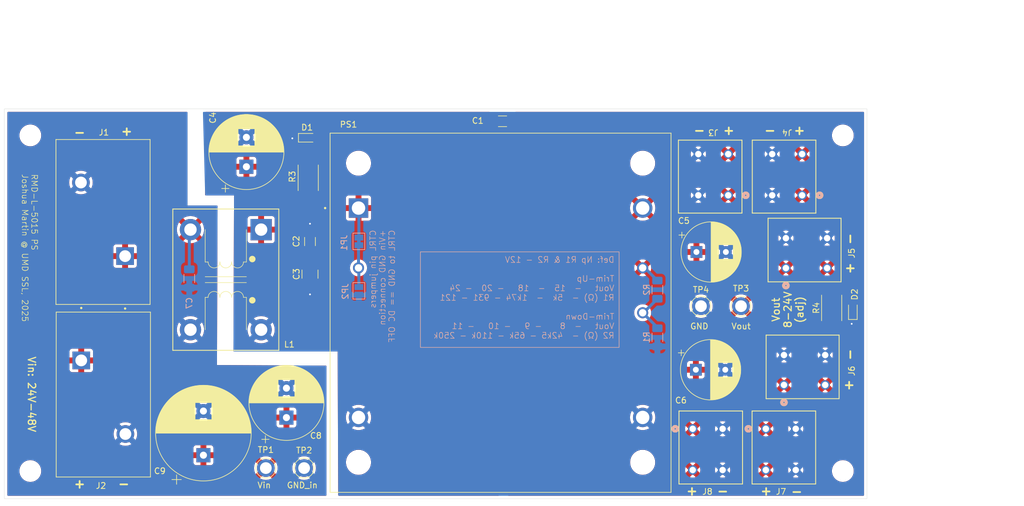
<source format=kicad_pcb>
(kicad_pcb
	(version 20240108)
	(generator "pcbnew")
	(generator_version "8.0")
	(general
		(thickness 1.6)
		(legacy_teardrops no)
	)
	(paper "A")
	(layers
		(0 "F.Cu" signal)
		(31 "B.Cu" signal)
		(32 "B.Adhes" user "B.Adhesive")
		(34 "B.Paste" user)
		(35 "F.Paste" user)
		(36 "B.SilkS" user "B.Silkscreen")
		(37 "F.SilkS" user "F.Silkscreen")
		(38 "B.Mask" user)
		(39 "F.Mask" user)
		(40 "Dwgs.User" user "User.Drawings")
		(41 "Cmts.User" user "User.Comments")
		(42 "Eco1.User" user "User.Eco1")
		(43 "Eco2.User" user "User.Eco2")
		(44 "Edge.Cuts" user)
		(45 "Margin" user)
		(46 "B.CrtYd" user "B.Courtyard")
		(47 "F.CrtYd" user "F.Courtyard")
		(48 "B.Fab" user)
		(49 "F.Fab" user)
		(50 "User.1" user)
		(51 "User.2" user)
		(52 "User.3" user)
		(53 "User.4" user)
		(54 "User.5" user)
		(55 "User.6" user)
		(56 "User.7" user)
		(57 "User.8" user)
		(58 "User.9" user)
	)
	(setup
		(stackup
			(layer "F.SilkS"
				(type "Top Silk Screen")
			)
			(layer "F.Paste"
				(type "Top Solder Paste")
			)
			(layer "F.Mask"
				(type "Top Solder Mask")
				(thickness 0.01)
			)
			(layer "F.Cu"
				(type "copper")
				(thickness 0.035)
			)
			(layer "dielectric 1"
				(type "core")
				(thickness 1.51)
				(material "FR4")
				(epsilon_r 4.5)
				(loss_tangent 0.02)
			)
			(layer "B.Cu"
				(type "copper")
				(thickness 0.035)
			)
			(layer "B.Mask"
				(type "Bottom Solder Mask")
				(thickness 0.01)
			)
			(layer "B.Paste"
				(type "Bottom Solder Paste")
			)
			(layer "B.SilkS"
				(type "Bottom Silk Screen")
			)
			(copper_finish "None")
			(dielectric_constraints no)
		)
		(pad_to_mask_clearance 0)
		(allow_soldermask_bridges_in_footprints no)
		(pcbplotparams
			(layerselection 0x00010fc_ffffffff)
			(plot_on_all_layers_selection 0x0000000_00000000)
			(disableapertmacros no)
			(usegerberextensions no)
			(usegerberattributes yes)
			(usegerberadvancedattributes yes)
			(creategerberjobfile yes)
			(dashed_line_dash_ratio 12.000000)
			(dashed_line_gap_ratio 3.000000)
			(svgprecision 4)
			(plotframeref no)
			(viasonmask no)
			(mode 1)
			(useauxorigin no)
			(hpglpennumber 1)
			(hpglpenspeed 20)
			(hpglpendiameter 15.000000)
			(pdf_front_fp_property_popups yes)
			(pdf_back_fp_property_popups yes)
			(dxfpolygonmode yes)
			(dxfimperialunits yes)
			(dxfusepcbnewfont yes)
			(psnegative no)
			(psa4output no)
			(plotreference yes)
			(plotvalue yes)
			(plotfptext yes)
			(plotinvisibletext no)
			(sketchpadsonfab no)
			(subtractmaskfromsilk no)
			(outputformat 1)
			(mirror no)
			(drillshape 1)
			(scaleselection 1)
			(outputdirectory "")
		)
	)
	(net 0 "")
	(net 1 "/Vout")
	(net 2 "/Vin_filter")
	(net 3 "/GND_in")
	(net 4 "Net-(PS1-TRIM)")
	(net 5 "Net-(JP1-A)")
	(net 6 "/GND_out")
	(net 7 "Net-(D1-A)")
	(net 8 "/Vin")
	(net 9 "Net-(D2-A)")
	(footprint "MountingHole:MountingHole_3.2mm_M3" (layer "F.Cu") (at 69 45))
	(footprint "Terminal_1751163:CONN_1751163" (layer "F.Cu") (at 204 81.25 90))
	(footprint "Diode_SMD:D_0603_1608Metric_Pad1.05x0.95mm_HandSolder" (layer "F.Cu") (at 116.2 45.4))
	(footprint "1098175:PHOENIX_1098175" (layer "F.Cu") (at 89.35 45.7 180))
	(footprint "Capacitor_THT:CP_Radial_D10.0mm_P5.00mm" (layer "F.Cu") (at 182.032323 84.8))
	(footprint "TestPoint:TestPoint_Plated_Hole_D2.0mm" (layer "F.Cu") (at 189.7 74))
	(footprint "Capacitor_SMD:C_1206_3216Metric_Pad1.33x1.80mm_HandSolder" (layer "F.Cu") (at 149.2 42.6))
	(footprint "Resistor_SMD:R_2512_6332Metric_Pad1.40x3.35mm_HandSolder" (layer "F.Cu") (at 205.1 74.3 90))
	(footprint "Capacitor_SMD:C_1210_3225Metric_Pad1.33x2.70mm_HandSolder" (layer "F.Cu") (at 116.5 68.5625 90))
	(footprint "Terminal_1751163:CONN_1751163" (layer "F.Cu") (at 200.05 101.8294))
	(footprint "TestPoint:TestPoint_Plated_Hole_D2.0mm" (layer "F.Cu") (at 115.5 101.5 180))
	(footprint "Capacitor_THT:CP_Radial_D12.5mm_P5.00mm" (layer "F.Cu") (at 105.7 50.323959 90))
	(footprint "SCR19XV:SCR-XV_KEM" (layer "F.Cu") (at 108.2 61 -90))
	(footprint "Terminal_1751163:CONN_1751163" (layer "F.Cu") (at 187.63 101.8294))
	(footprint "Capacitor_THT:CP_Radial_D12.5mm_P5.00mm" (layer "F.Cu") (at 112.5 92.923959 90))
	(footprint "Capacitor_SMD:C_1206_3216Metric" (layer "F.Cu") (at 116.5 63.025 -90))
	(footprint "Capacitor_THT:CP_Radial_D16.0mm_P7.50mm"
		(layer "F.Cu")
		(uuid "a282c753-61de-47a2-a2c3-2534ba65a567")
		(at 98.4 99.312755 90)
		(descr "CP, Radial series, Radial, pin pitch=7.50mm, , diameter=16mm, Electrolytic Capacitor")
		(tags "CP Radial series Radial pin pitch 7.50mm  diameter 16mm Electrolytic Capacitor")
		(property "Reference" "C9"
			(at -2.687245 -7.4 180)
			(layer "F.SilkS")
			(uuid "6701e4c4-da67-4e96-ab2f-a46828137bf8")
			(effects
				(font
					(size 1 1)
					(thickness 0.15)
				)
			)
		)
		(property "Value" "470 μF"
			(at 3.75 9.25 90)
			(layer "F.Fab")
			(uuid "2c8bbdf5-05b9-4bbf-8bcc-403b88802d6f")
			(effects
				(font
					(size 1 1)
					(thickness 0.15)
				)
			)
		)
		(property "Footprint" "Capacitor_THT:CP_Radial_D16.0mm_P7.50mm"
			(at 0 0 90)
			(unlocked yes)
			(layer "F.Fab")
			(hide yes)
			(uuid "51d10e50-70ba-4281-ba46-815741180c0a")
			(effects
				(font
					(size 1.27 1.27)
					(thickness 0.15)
				)
			)
		)
		(property "Datasheet" ""
			(at 0 0 90)
			(unlocked yes)
			(layer "F.Fab")
			(hide yes)
			(uuid "f0cf0e32-d5ef-40c1-9212-b66a62a60fbf")
			(effects
				(font
					(size 1.27 1.27)
					(thickness 0.15)
				)
			)
		)
		(property "Description" "Polarized capacitor"
			(at 0 0 90)
			(unlocked yes)
			(layer "F.Fab")
			(hide yes)
			(uuid "2b05b5b5-559a-48ea-bb5a-f87ea4ab350e")
			(effects
				(font
					(size 1.27 1.27)
					(thickness 0.15)
				)
			)
		)
		(property ki_fp_filters "CP_*")
		(path "/a1c2dd07-6a9a-41c4-a55b-d6dabf48414c")
		(sheetname "R
... [479760 chars truncated]
</source>
